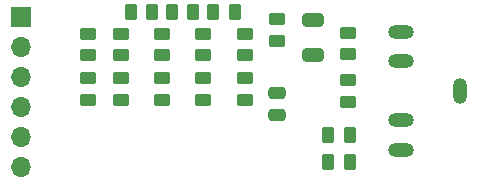
<source format=gts>
%TF.GenerationSoftware,KiCad,Pcbnew,(6.0.5)*%
%TF.CreationDate,2024-01-21T09:56:38+01:00*%
%TF.ProjectId,pmod_audio_mono,706d6f64-5f61-4756-9469-6f5f6d6f6e6f,rev?*%
%TF.SameCoordinates,Original*%
%TF.FileFunction,Soldermask,Top*%
%TF.FilePolarity,Negative*%
%FSLAX46Y46*%
G04 Gerber Fmt 4.6, Leading zero omitted, Abs format (unit mm)*
G04 Created by KiCad (PCBNEW (6.0.5)) date 2024-01-21 09:56:38*
%MOMM*%
%LPD*%
G01*
G04 APERTURE LIST*
G04 Aperture macros list*
%AMRoundRect*
0 Rectangle with rounded corners*
0 $1 Rounding radius*
0 $2 $3 $4 $5 $6 $7 $8 $9 X,Y pos of 4 corners*
0 Add a 4 corners polygon primitive as box body*
4,1,4,$2,$3,$4,$5,$6,$7,$8,$9,$2,$3,0*
0 Add four circle primitives for the rounded corners*
1,1,$1+$1,$2,$3*
1,1,$1+$1,$4,$5*
1,1,$1+$1,$6,$7*
1,1,$1+$1,$8,$9*
0 Add four rect primitives between the rounded corners*
20,1,$1+$1,$2,$3,$4,$5,0*
20,1,$1+$1,$4,$5,$6,$7,0*
20,1,$1+$1,$6,$7,$8,$9,0*
20,1,$1+$1,$8,$9,$2,$3,0*%
G04 Aperture macros list end*
%ADD10RoundRect,0.250000X-0.450000X0.262500X-0.450000X-0.262500X0.450000X-0.262500X0.450000X0.262500X0*%
%ADD11R,1.700000X1.700000*%
%ADD12O,1.700000X1.700000*%
%ADD13RoundRect,0.250000X-0.262500X-0.450000X0.262500X-0.450000X0.262500X0.450000X-0.262500X0.450000X0*%
%ADD14RoundRect,0.250000X-0.475000X0.250000X-0.475000X-0.250000X0.475000X-0.250000X0.475000X0.250000X0*%
%ADD15O,2.200000X1.200000*%
%ADD16O,1.200000X2.200000*%
%ADD17RoundRect,0.250000X0.450000X-0.262500X0.450000X0.262500X-0.450000X0.262500X-0.450000X-0.262500X0*%
%ADD18RoundRect,0.250000X-0.650000X0.325000X-0.650000X-0.325000X0.650000X-0.325000X0.650000X0.325000X0*%
G04 APERTURE END LIST*
D10*
%TO.C,R12*%
X153750000Y-94175000D03*
X153750000Y-96000000D03*
%TD*%
D11*
%TO.C,PMOD1*%
X134850000Y-92710000D03*
D12*
X134850000Y-95250000D03*
X134850000Y-97790000D03*
X134850000Y-100330000D03*
X134850000Y-102870000D03*
X134850000Y-105410000D03*
%TD*%
D13*
%TO.C,R5*%
X144087500Y-92337500D03*
X145912500Y-92337500D03*
%TD*%
D10*
%TO.C,R10*%
X150250000Y-97925000D03*
X150250000Y-99750000D03*
%TD*%
%TO.C,R9*%
X150250000Y-94175000D03*
X150250000Y-96000000D03*
%TD*%
%TO.C,R3*%
X143250000Y-94175000D03*
X143250000Y-96000000D03*
%TD*%
%TO.C,R14*%
X156500000Y-92925000D03*
X156500000Y-94750000D03*
%TD*%
%TO.C,R7*%
X146750000Y-97925000D03*
X146750000Y-99750000D03*
%TD*%
%TO.C,R2*%
X140500000Y-97925000D03*
X140500000Y-99750000D03*
%TD*%
%TO.C,R16*%
X162500000Y-98087500D03*
X162500000Y-99912500D03*
%TD*%
%TO.C,R1*%
X140500000Y-94175000D03*
X140500000Y-96000000D03*
%TD*%
D13*
%TO.C,R17*%
X160837500Y-102750000D03*
X162662500Y-102750000D03*
%TD*%
D10*
%TO.C,R4*%
X143250000Y-97925000D03*
X143250000Y-99750000D03*
%TD*%
D13*
%TO.C,R8*%
X147587500Y-92337500D03*
X149412500Y-92337500D03*
%TD*%
D14*
%TO.C,C1*%
X156500000Y-99137500D03*
X156500000Y-101037500D03*
%TD*%
D10*
%TO.C,R13*%
X153750000Y-97925000D03*
X153750000Y-99750000D03*
%TD*%
D13*
%TO.C,R18*%
X160837500Y-105000000D03*
X162662500Y-105000000D03*
%TD*%
D15*
%TO.C,J1*%
X167000000Y-104000000D03*
X167000000Y-101500000D03*
D16*
X172000000Y-99000000D03*
D15*
X167000000Y-94000000D03*
X167000000Y-96500000D03*
%TD*%
D17*
%TO.C,R15*%
X162500000Y-95912500D03*
X162500000Y-94087500D03*
%TD*%
D18*
%TO.C,C2*%
X159500000Y-93025000D03*
X159500000Y-95975000D03*
%TD*%
D10*
%TO.C,R6*%
X146750000Y-94175000D03*
X146750000Y-96000000D03*
%TD*%
D13*
%TO.C,R11*%
X151087500Y-92337500D03*
X152912500Y-92337500D03*
%TD*%
M02*

</source>
